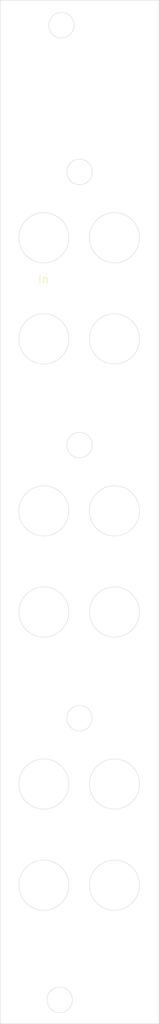
<source format=kicad_pcb>
(kicad_pcb (version 20221018) (generator pcbnew)

  (general
    (thickness 1.6)
  )

  (paper "A4")
  (layers
    (0 "F.Cu" signal)
    (31 "B.Cu" signal)
    (32 "B.Adhes" user "B.Adhesive")
    (33 "F.Adhes" user "F.Adhesive")
    (34 "B.Paste" user)
    (35 "F.Paste" user)
    (36 "B.SilkS" user "B.Silkscreen")
    (37 "F.SilkS" user "F.Silkscreen")
    (38 "B.Mask" user)
    (39 "F.Mask" user)
    (40 "Dwgs.User" user "User.Drawings")
    (41 "Cmts.User" user "User.Comments")
    (42 "Eco1.User" user "User.Eco1")
    (43 "Eco2.User" user "User.Eco2")
    (44 "Edge.Cuts" user)
    (45 "Margin" user)
    (46 "B.CrtYd" user "B.Courtyard")
    (47 "F.CrtYd" user "F.Courtyard")
    (48 "B.Fab" user)
    (49 "F.Fab" user)
    (50 "User.1" user)
    (51 "User.2" user)
    (52 "User.3" user)
    (53 "User.4" user)
    (54 "User.5" user)
    (55 "User.6" user)
    (56 "User.7" user)
    (57 "User.8" user)
    (58 "User.9" user)
  )

  (setup
    (pad_to_mask_clearance 0)
    (aux_axis_origin 100.15 169.21)
    (pcbplotparams
      (layerselection 0x00010fc_ffffffff)
      (plot_on_all_layers_selection 0x0000000_00000000)
      (disableapertmacros false)
      (usegerberextensions false)
      (usegerberattributes true)
      (usegerberadvancedattributes true)
      (creategerberjobfile true)
      (dashed_line_dash_ratio 12.000000)
      (dashed_line_gap_ratio 3.000000)
      (svgprecision 4)
      (plotframeref false)
      (viasonmask false)
      (mode 1)
      (useauxorigin false)
      (hpglpennumber 1)
      (hpglpenspeed 20)
      (hpglpendiameter 15.000000)
      (dxfpolygonmode true)
      (dxfimperialunits true)
      (dxfusepcbnewfont true)
      (psnegative false)
      (psa4output false)
      (plotreference true)
      (plotvalue true)
      (plotinvisibletext false)
      (sketchpadsonfab false)
      (subtractmaskfromsilk false)
      (outputformat 1)
      (mirror false)
      (drillshape 0)
      (scaleselection 1)
      (outputdirectory "../plots/")
    )
  )

  (net 0 "")

  (gr_circle (center 107.5 80.52) (end 110.65 80.52)
    (stroke (width 0.05) (type default)) (fill none) (layer "Edge.Cuts") (tstamp 22cc8c5a-5dbd-40ea-b3de-ce9a661c5ebb))
  (gr_circle (center 107.5 102.11) (end 110.65 102.11)
    (stroke (width 0.05) (type default)) (fill none) (layer "Edge.Cuts") (tstamp 2e0a5dea-88bb-45af-bdf0-16488939c4c3))
  (gr_circle (center 112 128.14) (end 113.6 128.14)
    (stroke (width 0.05) (type default)) (fill none) (layer "Edge.Cuts") (tstamp 4121e1ab-de0e-4823-a8ba-784fd700bd06))
  (gr_circle (center 107.5 136.4) (end 110.65 136.4)
    (stroke (width 0.05) (type default)) (fill none) (layer "Edge.Cuts") (tstamp 51ee49cf-1832-4d9c-987f-598485798996))
  (gr_rect (start 102 38) (end 122 166.5)
    (stroke (width 0.05) (type default)) (fill none) (layer "Edge.Cuts") (tstamp 5cb0f8bf-b1c0-41e9-8018-23f653cb00d0))
  (gr_circle (center 116.4 102.11) (end 119.55 102.11)
    (stroke (width 0.05) (type default)) (fill none) (layer "Edge.Cuts") (tstamp 5f5dc071-509e-4d04-ab21-72bfeb0dbddb))
  (gr_circle (center 109.72 41.14) (end 111.32 41.14)
    (stroke (width 0.05) (type default)) (fill none) (layer "Edge.Cuts") (tstamp 64b80535-9ec1-4af8-8d92-bedf4f83b793))
  (gr_circle (center 112 93.85) (end 113.6 93.85)
    (stroke (width 0.05) (type default)) (fill none) (layer "Edge.Cuts") (tstamp 6cfeac1e-e086-4299-9aca-9a0f0644403c))
  (gr_circle (center 112 59.56) (end 113.6 59.56)
    (stroke (width 0.05) (type default)) (fill none) (layer "Edge.Cuts") (tstamp 707640bc-b510-434e-a3ee-6a7d309a878c))
  (gr_circle (center 116.4 67.82) (end 119.55 67.82)
    (stroke (width 0.05) (type default)) (fill none) (layer "Edge.Cuts") (tstamp 851a2c02-1030-455a-ac69-5b87fd6ad87e))
  (gr_circle (center 109.5 163.5) (end 111.1 163.5)
    (stroke (width 0.05) (type default)) (fill none) (layer "Edge.Cuts") (tstamp 9e67604b-72cd-4205-be4a-c5c8089f4ce0))
  (gr_circle (center 107.5 114.81) (end 110.65 114.81)
    (stroke (width 0.05) (type default)) (fill none) (layer "Edge.Cuts") (tstamp a0c71d3b-5c45-44be-b153-bb1bd826f03a))
  (gr_circle (center 116.4 136.4) (end 119.55 136.4)
    (stroke (width 0.05) (type default)) (fill none) (layer "Edge.Cuts") (tstamp bd408e09-c20e-43e8-bcc8-6b3a2671a7ad))
  (gr_circle (center 116.4 114.81) (end 119.55 114.81)
    (stroke (width 0.05) (type default)) (fill none) (layer "Edge.Cuts") (tstamp c78f7f0d-8e69-4449-82d8-185cfec020fd))
  (gr_circle (center 107.5 149.1) (end 110.65 149.1)
    (stroke (width 0.05) (type default)) (fill none) (layer "Edge.Cuts") (tstamp d0830b25-74ce-41e4-8d01-66037614ff58))
  (gr_circle (center 107.5 67.82) (end 110.65 67.82)
    (stroke (width 0.05) (type default)) (fill none) (layer "Edge.Cuts") (tstamp d76ce511-8569-4a73-9f24-b15e50b4665a))
  (gr_circle (center 116.4 149.1) (end 119.55 149.1)
    (stroke (width 0.05) (type default)) (fill none) (layer "Edge.Cuts") (tstamp df7a1634-8dd5-4f93-a38e-9d49f3da0b75))
  (gr_circle (center 116.4 80.52) (end 119.55 80.52)
    (stroke (width 0.05) (type default)) (fill none) (layer "Edge.Cuts") (tstamp f3301e0b-dab7-4b6d-966c-8ce699160e85))
  (gr_text "In" (at 106.7 73.61) (layer "F.SilkS") (tstamp 683008bf-e8cd-4a24-8b40-bc6096fc7746)
    (effects (font (size 1 1) (thickness 0.1)) (justify left bottom))
  )

)

</source>
